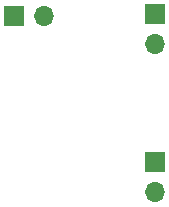
<source format=gbr>
%TF.GenerationSoftware,KiCad,Pcbnew,8.0.1*%
%TF.CreationDate,2024-05-12T21:11:43+05:30*%
%TF.ProjectId,PBSEQ-D2,50425345-512d-4443-922e-6b696361645f,0.1*%
%TF.SameCoordinates,Original*%
%TF.FileFunction,Soldermask,Bot*%
%TF.FilePolarity,Negative*%
%FSLAX46Y46*%
G04 Gerber Fmt 4.6, Leading zero omitted, Abs format (unit mm)*
G04 Created by KiCad (PCBNEW 8.0.1) date 2024-05-12 21:11:43*
%MOMM*%
%LPD*%
G01*
G04 APERTURE LIST*
%ADD10R,1.700000X1.700000*%
%ADD11O,1.700000X1.700000*%
G04 APERTURE END LIST*
D10*
%TO.C,J3*%
X133077500Y-93370000D03*
D11*
X135617500Y-93370000D03*
%TD*%
D10*
%TO.C,J1*%
X144980000Y-93270000D03*
D11*
X144980000Y-95810000D03*
%TD*%
D10*
%TO.C,J2*%
X144980000Y-105770000D03*
D11*
X144980000Y-108310000D03*
%TD*%
M02*

</source>
